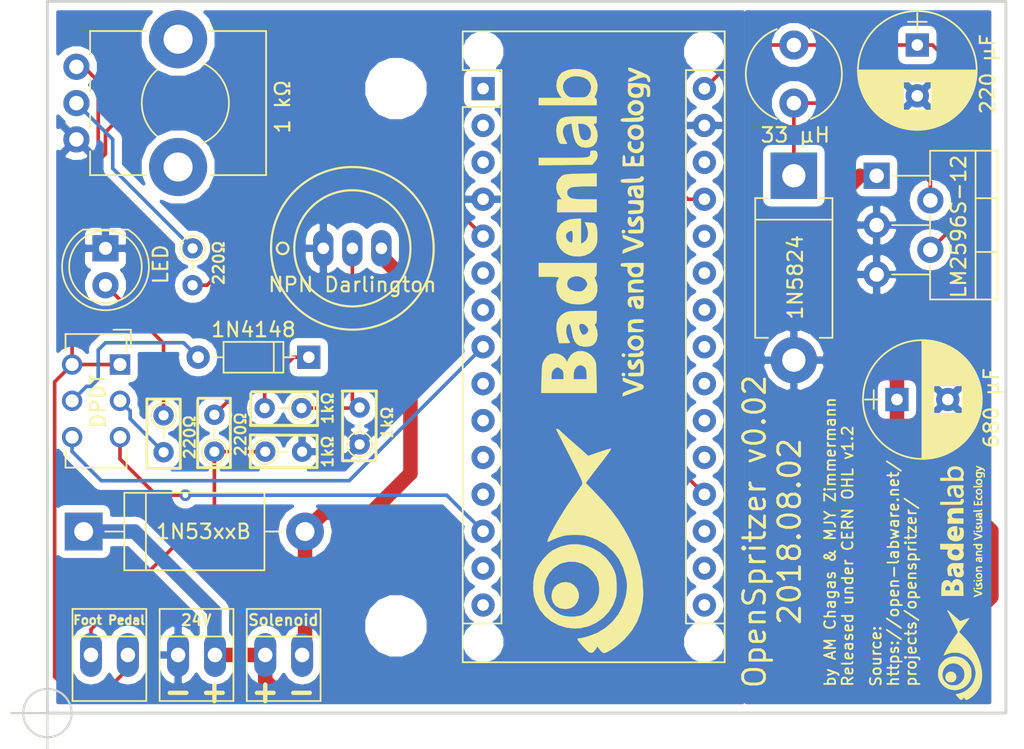
<source format=kicad_pcb>
(kicad_pcb (version 20171130) (host pcbnew "(5.0.0)")
  (layers (0 F.Cu signal) (31 B.Cu signal) (34 B.Paste user) (35 F.Paste user) (36 B.SilkS user) (37 F.SilkS user) (38 B.Mask user) (39 F.Mask user) (44 Edge.Cuts user))
  (net 0 "")
  (net 1 "Net-(A1-Pad16)")
  (net 2 "Net-(A1-Pad15)")
  (net 3 "Net-(A1-Pad30)")
  (net 4 "Net-(A1-Pad14)")
  (net 5 GNDREF)
  (net 6 "Net-(A1-Pad13)")
  (net 7 "Net-(A1-Pad28)")
  (net 8 "Net-(A1-Pad12)")
  (net 9 "Net-(A1-Pad27)")
  (net 10 "Net-(A1-Pad11)")
  (net 11 "Net-(A1-Pad26)")
  (net 12 "Net-(A1-Pad10)")
  (net 13 "Net-(A1-Pad25)")
  (net 14 "Net-(A1-Pad9)")
  (net 15 "Net-(A1-Pad24)")
  (net 16 "Net-(A1-Pad8)")
  (net 17 "Net-(A1-Pad23)")
  (net 18 "Net-(A1-Pad7)")
  (net 19 "Net-(A1-Pad22)")
  (net 20 "Net-(A1-Pad6)")
  (net 21 "Net-(A1-Pad21)")
  (net 22 "Net-(A1-Pad5)")
  (net 23 "Net-(A1-Pad20)")
  (net 24 "Net-(A1-Pad19)")
  (net 25 "Net-(A1-Pad3)")
  (net 26 "Net-(A1-Pad18)")
  (net 27 "Net-(A1-Pad2)")
  (net 28 "Net-(A1-Pad17)")
  (net 29 "Net-(A1-Pad1)")
  (net 30 "Net-(D1-Pad2)")
  (net 31 "Net-(D2-Pad2)")
  (net 32 "Net-(D2-Pad1)")
  (net 33 "Net-(D3-Pad2)")
  (net 34 "Net-(J1-Pad1)")
  (net 35 "Net-(Q1-Pad2)")
  (net 36 "Net-(R1-Pad1)")
  (net 37 "Net-(R2-Pad2)")
  (net 38 "Net-(C1-Pad1)")
  (net 39 "Net-(D4-Pad1)")
  (module Transistors_OldSowjetAera:OldSowjetaera_Transistor_Type-I_BigPads (layer F.Cu) (at 104 98)
    (fp_text reference Q1 hide)
    (fp_text value "NPN Darlington" (at 0 2.5 180) (layer F.SilkS))
    (pad 2 thru_hole oval (at 0 0) (size 1.4 2.5) (drill 0.8) (layers *.Cu *.Mask) (net 35 "Net-(Q1-Pad2)"))
    (pad 1 thru_hole oval (at -2 0) (size 1.4 2.5) (drill 0.8) (layers *.Cu *.Mask) (net 5 GNDREF))
    (pad 3 thru_hole oval (at 2 0) (size 1.4 2.5) (drill 0.8) (layers *.Cu *.Mask) (net 33 "Net-(D3-Pad2)"))
  )
  (module Potentiometers:Potentiometer_Alps_RK09K_Horizontal (layer F.Cu) (at 85 90.5)
    (fp_text reference RV1 hide)
    (fp_text value "1 kΩ" (at 14.2 -2.25 90) (layer F.SilkS))
    (pad 3 thru_hole circle (at 0 -5) (size 1.8 1.8) (drill 1) (layers *.Cu *.Mask) (net 9 "Net-(A1-Pad27)"))
    (pad 2 thru_hole circle (at 0 -2.5) (size 1.8 1.8) (drill 1) (layers *.Cu *.Mask) (net 36 "Net-(R1-Pad1)"))
    (pad 1 thru_hole circle (at 0 0) (size 1.8 1.8) (drill 1) (layers *.Cu *.Mask) (net 5 GNDREF))
    (pad 0 np_thru_hole circle (at 7 -6.9) (size 4 4) (drill 2) (layers *.Cu *.Mask))
    (pad 0 np_thru_hole circle (at 7 1.9) (size 4 4) (drill 2) (layers *.Cu *.Mask))
  )
  (module Buttons_Switches_THT:SW_CuK_JS202011AQN_DPDT_Angled (layer F.Cu) (at 88 106 270)
    (fp_text reference SW1 hide)
    (fp_text value DPDT (at 2.5 1.5 90) (layer F.SilkS))
    (pad 1 thru_hole rect (at 0 0 270) (size 1.4 1.4) (drill 0.9) (layers *.Cu *.Mask) (net 9 "Net-(A1-Pad27)"))
    (pad 2 thru_hole circle (at 2.5 0 270) (size 1.4 1.4) (drill 0.9) (layers *.Cu *.Mask) (net 37 "Net-(R2-Pad2)"))
    (pad 3 thru_hole circle (at 5 0 270) (size 1.4 1.4) (drill 0.9) (layers *.Cu *.Mask) (net 6 "Net-(A1-Pad13)"))
    (pad 4 thru_hole circle (at 0 3.3 270) (size 1.4 1.4) (drill 0.9) (layers *.Cu *.Mask) (net 9 "Net-(A1-Pad27)"))
    (pad 5 thru_hole circle (at 2.5 3.3 270) (size 1.4 1.4) (drill 0.9) (layers *.Cu *.Mask) (net 31 "Net-(D2-Pad2)"))
    (pad 6 thru_hole circle (at 5 3.3 270) (size 1.4 1.4) (drill 0.9) (layers *.Cu *.Mask) (net 16 "Net-(A1-Pad8)"))
  )
  (module Modules:Arduino_Nano_WithMountingHoles (layer F.Cu) (at 113 87)
    (fp_text reference A1 hide)
    (fp_text value Arduino_Nano_v3.x)
    (pad 1 thru_hole rect (at 0 0) (size 1.6 1.6) (drill 0.8) (layers *.Cu *.Mask) (net 29 "Net-(A1-Pad1)"))
    (pad 17 thru_hole oval (at 15.24 33.02) (size 1.6 1.6) (drill 0.8) (layers *.Cu *.Mask) (net 28 "Net-(A1-Pad17)"))
    (pad 2 thru_hole oval (at 0 2.54) (size 1.6 1.6) (drill 0.8) (layers *.Cu *.Mask) (net 27 "Net-(A1-Pad2)"))
    (pad 18 thru_hole oval (at 15.24 30.48) (size 1.6 1.6) (drill 0.8) (layers *.Cu *.Mask) (net 26 "Net-(A1-Pad18)"))
    (pad 3 thru_hole oval (at 0 5.08) (size 1.6 1.6) (drill 0.8) (layers *.Cu *.Mask) (net 25 "Net-(A1-Pad3)"))
    (pad 19 thru_hole oval (at 15.24 27.94) (size 1.6 1.6) (drill 0.8) (layers *.Cu *.Mask) (net 24 "Net-(A1-Pad19)"))
    (pad 4 thru_hole oval (at 0 7.62) (size 1.6 1.6) (drill 0.8) (layers *.Cu *.Mask) (net 5 GNDREF))
    (pad 20 thru_hole oval (at 15.24 25.4) (size 1.6 1.6) (drill 0.8) (layers *.Cu *.Mask) (net 23 "Net-(A1-Pad20)"))
    (pad 5 thru_hole oval (at 0 10.16) (size 1.6 1.6) (drill 0.8) (layers *.Cu *.Mask) (net 22 "Net-(A1-Pad5)"))
    (pad 21 thru_hole oval (at 15.24 22.86) (size 1.6 1.6) (drill 0.8) (layers *.Cu *.Mask) (net 21 "Net-(A1-Pad21)"))
    (pad 6 thru_hole oval (at 0 12.7) (size 1.6 1.6) (drill 0.8) (layers *.Cu *.Mask) (net 20 "Net-(A1-Pad6)"))
    (pad 22 thru_hole oval (at 15.24 20.32) (size 1.6 1.6) (drill 0.8) (layers *.Cu *.Mask) (net 19 "Net-(A1-Pad22)"))
    (pad 7 thru_hole oval (at 0 15.24) (size 1.6 1.6) (drill 0.8) (layers *.Cu *.Mask) (net 18 "Net-(A1-Pad7)"))
    (pad 23 thru_hole oval (at 15.24 17.78) (size 1.6 1.6) (drill 0.8) (layers *.Cu *.Mask) (net 17 "Net-(A1-Pad23)"))
    (pad 8 thru_hole oval (at 0 17.78) (size 1.6 1.6) (drill 0.8) (layers *.Cu *.Mask) (net 16 "Net-(A1-Pad8)"))
    (pad 24 thru_hole oval (at 15.24 15.24) (size 1.6 1.6) (drill 0.8) (layers *.Cu *.Mask) (net 15 "Net-(A1-Pad24)"))
    (pad 9 thru_hole oval (at 0 20.32) (size 1.6 1.6) (drill 0.8) (layers *.Cu *.Mask) (net 14 "Net-(A1-Pad9)"))
    (pad 25 thru_hole oval (at 15.24 12.7) (size 1.6 1.6) (drill 0.8) (layers *.Cu *.Mask) (net 13 "Net-(A1-Pad25)"))
    (pad 10 thru_hole oval (at 0 22.86) (size 1.6 1.6) (drill 0.8) (layers *.Cu *.Mask) (net 12 "Net-(A1-Pad10)"))
    (pad 26 thru_hole oval (at 15.24 10.16) (size 1.6 1.6) (drill 0.8) (layers *.Cu *.Mask) (net 11 "Net-(A1-Pad26)"))
    (pad 11 thru_hole oval (at 0 25.4) (size 1.6 1.6) (drill 0.8) (layers *.Cu *.Mask) (net 10 "Net-(A1-Pad11)"))
    (pad 27 thru_hole oval (at 15.24 7.62) (size 1.6 1.6) (drill 0.8) (layers *.Cu *.Mask) (net 9 "Net-(A1-Pad27)"))
    (pad 12 thru_hole oval (at 0 27.94) (size 1.6 1.6) (drill 0.8) (layers *.Cu *.Mask) (net 8 "Net-(A1-Pad12)"))
    (pad 28 thru_hole oval (at 15.24 5.08) (size 1.6 1.6) (drill 0.8) (layers *.Cu *.Mask) (net 7 "Net-(A1-Pad28)"))
    (pad 13 thru_hole oval (at 0 30.48) (size 1.6 1.6) (drill 0.8) (layers *.Cu *.Mask) (net 6 "Net-(A1-Pad13)"))
    (pad 29 thru_hole oval (at 15.24 2.54) (size 1.6 1.6) (drill 0.8) (layers *.Cu *.Mask) (net 5 GNDREF))
    (pad 14 thru_hole oval (at 0 33.02) (size 1.6 1.6) (drill 0.8) (layers *.Cu *.Mask) (net 4 "Net-(A1-Pad14)"))
    (pad 30 thru_hole oval (at 15.24 0) (size 1.6 1.6) (drill 0.8) (layers *.Cu *.Mask) (net 3 "Net-(A1-Pad30)"))
    (pad 15 thru_hole oval (at 0 35.56) (size 1.6 1.6) (drill 0.8) (layers *.Cu *.Mask) (net 2 "Net-(A1-Pad15)"))
    (pad 16 thru_hole oval (at 15.24 35.56) (size 1.6 1.6) (drill 0.8) (layers *.Cu *.Mask) (net 1 "Net-(A1-Pad16)"))
    (pad "" np_thru_hole circle (at 0 -2.54) (size 1.78 1.78) (drill 1.78) (layers *.Cu *.Mask))
    (pad "" np_thru_hole circle (at 15.24 -2.54) (size 1.78 1.78) (drill 1.78) (layers *.Cu *.Mask))
    (pad "" np_thru_hole circle (at 15.24 38.1) (size 1.78 1.78) (drill 1.78) (layers *.Cu *.Mask))
    (pad "" np_thru_hole circle (at 0 38.1) (size 1.78 1.78) (drill 1.78) (layers *.Cu *.Mask))
  )
  (module LEDs:LED_D5.0mm (layer F.Cu) (at 87 98 270)
    (fp_text reference D1 hide)
    (fp_text value LED (at 1.1 -3.8 270) (layer F.SilkS))
    (pad 1 thru_hole rect (at 0 0 270) (size 1.8 1.8) (drill 0.9) (layers *.Cu *.Mask) (net 5 GNDREF))
    (pad 2 thru_hole circle (at 2.54 0 270) (size 1.8 1.8) (drill 0.9) (layers *.Cu *.Mask) (net 30 "Net-(D1-Pad2)"))
  )
  (module Diodes_THT:D_DO-35_SOD27_P7.62mm_Horizontal (layer F.Cu) (at 101 105.5 180)
    (fp_text reference D2 hide)
    (fp_text value 1N4148 (at 3.81 1.9 180) (layer F.SilkS))
    (pad 1 thru_hole rect (at 0 0 180) (size 1.6 1.6) (drill 0.8) (layers *.Cu *.Mask) (net 32 "Net-(D2-Pad1)"))
    (pad 2 thru_hole oval (at 7.62 0 180) (size 1.6 1.6) (drill 0.8) (layers *.Cu *.Mask) (net 31 "Net-(D2-Pad2)"))
  )
  (module Diodes_THT:D_DO-201_P15.24mm_Horizontal (layer F.Cu) (at 85.5 117.5)
    (fp_text reference D3 hide)
    (fp_text value 1N53xxB (at 8.25 0 180) (layer F.SilkS))
    (pad 1 thru_hole rect (at 0 0) (size 2.6 2.6) (drill 1.3) (layers *.Cu *.Mask) (net 38 "Net-(C1-Pad1)"))
    (pad 2 thru_hole oval (at 15.24 0) (size 2.6 2.6) (drill 1.3) (layers *.Cu *.Mask) (net 33 "Net-(D3-Pad2)"))
  )
  (module Connectors:PINHEAD1-2 (layer F.Cu) (at 86 126)
    (fp_text reference J1 hide)
    (fp_text value "Foot Pedal" (at 1.25 -2.4) (layer F.SilkS) (effects (font (size 0.6 0.6))))
    (pad 1 thru_hole oval (at 0 0) (size 1.51 3.01) (drill 1) (layers *.Cu *.Mask) (net 34 "Net-(J1-Pad1)"))
    (pad 2 thru_hole oval (at 2.54 0) (size 1.51 3.01) (drill 1) (layers *.Cu *.Mask) (net 9 "Net-(A1-Pad27)"))
  )
  (module Connectors:PINHEAD1-2 (layer F.Cu) (at 92 126)
    (fp_text reference J2 hide)
    (fp_text value 24V (at 1.25 -2.4) (layer F.SilkS) (effects (font (size 0.75 0.75))))
    (pad 1 thru_hole oval (at 0 0) (size 1.51 3.01) (drill 1) (layers *.Cu *.Mask) (net 5 GNDREF))
    (pad 2 thru_hole oval (at 2.54 0) (size 1.51 3.01) (drill 1) (layers *.Cu *.Mask) (net 38 "Net-(C1-Pad1)"))
  )
  (module Connectors:PINHEAD1-2 (layer F.Cu) (at 98 126)
    (fp_text reference J3 hide)
    (fp_text value Solenoid (at 1.25 -2.4) (layer F.SilkS) (effects (font (size 0.75 0.75))))
    (pad 1 thru_hole oval (at 0 0) (size 1.51 3.01) (drill 1) (layers *.Cu *.Mask) (net 38 "Net-(C1-Pad1)"))
    (pad 2 thru_hole oval (at 2.54 0) (size 1.51 3.01) (drill 1) (layers *.Cu *.Mask) (net 33 "Net-(D3-Pad2)"))
  )
  (module Resistors_THT:R_Axial_DIN0204_L3.6mm_D1.6mm_P2.54mm_Vertical (layer F.Cu) (at 93 98 270)
    (fp_text reference R1 hide)
    (fp_text value 220Ω (at 1 -1.8 90) (layer F.SilkS) (effects (font (size 0.75 0.75))))
    (pad 1 thru_hole circle (at 0 0 270) (size 1.4 1.4) (drill 0.7) (layers *.Cu *.Mask) (net 36 "Net-(R1-Pad1)"))
    (pad 2 thru_hole oval (at 2.54 0 270) (size 1.4 1.4) (drill 0.7) (layers *.Cu *.Mask) (net 24 "Net-(A1-Pad19)"))
  )
  (module Resistors_THT:R_Axial_DIN0204_L3.6mm_D1.6mm_P2.54mm_Vertical (layer F.Cu) (at 91 109.5 270)
    (fp_text reference R2 hide)
    (fp_text value 220Ω (at 1.5 -1.8 90) (layer F.SilkS) (effects (font (size 0.75 0.75))))
    (pad 1 thru_hole circle (at 0 0 270) (size 1.4 1.4) (drill 0.7) (layers *.Cu *.Mask) (net 30 "Net-(D1-Pad2)"))
    (pad 2 thru_hole oval (at 2.54 0 270) (size 1.4 1.4) (drill 0.7) (layers *.Cu *.Mask) (net 37 "Net-(R2-Pad2)"))
  )
  (module Resistors_THT:R_Axial_DIN0204_L3.6mm_D1.6mm_P2.54mm_Vertical (layer F.Cu) (at 94.5 112 90)
    (fp_text reference R3 hide)
    (fp_text value 220Ω (at 1.2 1.8 270) (layer F.SilkS) (effects (font (size 0.75 0.75))))
    (pad 1 thru_hole circle (at 0 0 90) (size 1.4 1.4) (drill 0.7) (layers *.Cu *.Mask) (net 34 "Net-(J1-Pad1)"))
    (pad 2 thru_hole oval (at 2.54 0 90) (size 1.4 1.4) (drill 0.7) (layers *.Cu *.Mask) (net 22 "Net-(A1-Pad5)"))
  )
  (module Resistors_THT:R_Axial_DIN0204_L3.6mm_D1.6mm_P2.54mm_Vertical (layer F.Cu) (at 100.5 109 180)
    (fp_text reference R4 hide)
    (fp_text value 1kΩ (at -1.8 0 270) (layer F.SilkS) (effects (font (size 0.75 0.75))))
    (pad 1 thru_hole circle (at 0 0 180) (size 1.4 1.4) (drill 0.7) (layers *.Cu *.Mask) (net 35 "Net-(Q1-Pad2)"))
    (pad 2 thru_hole oval (at 2.54 0 180) (size 1.4 1.4) (drill 0.7) (layers *.Cu *.Mask) (net 32 "Net-(D2-Pad1)"))
  )
  (module Resistors_THT:R_Axial_DIN0204_L3.6mm_D1.6mm_P2.54mm_Vertical (layer F.Cu) (at 98 112)
    (fp_text reference R5 hide)
    (fp_text value 1kΩ (at 4.3 0 90) (layer F.SilkS) (effects (font (size 0.75 0.75))))
    (pad 1 thru_hole circle (at 0 0) (size 1.4 1.4) (drill 0.7) (layers *.Cu *.Mask) (net 34 "Net-(J1-Pad1)"))
    (pad 2 thru_hole oval (at 2.54 0) (size 1.4 1.4) (drill 0.7) (layers *.Cu *.Mask) (net 5 GNDREF))
  )
  (module Resistors_THT:R_Axial_DIN0204_L3.6mm_D1.6mm_P2.54mm_Vertical (layer F.Cu) (at 104.5 111.5 90)
    (fp_text reference R6 hide)
    (fp_text value 1kΩ (at 1.5 1.9 270) (layer F.SilkS) (effects (font (size 0.75 0.75))))
    (pad 1 thru_hole circle (at 0 0 90) (size 1.4 1.4) (drill 0.7) (layers *.Cu *.Mask) (net 5 GNDREF))
    (pad 2 thru_hole oval (at 2.54 0 90) (size 1.4 1.4) (drill 0.7) (layers *.Cu *.Mask) (net 35 "Net-(Q1-Pad2)"))
  )
  (module Mounting_Holes:MountingHole_3.2mm_M3 (layer F.Cu) (at 107 87)
    (fp_text reference "" (at 0 -4.2) (layer F.SilkS))
    (fp_text value "" hide)
    (pad 1 np_thru_hole circle (at 0 0) (size 3.2 3.2) (drill 3.2) (layers *.Cu *.Mask))
  )
  (module Capacitors_THT:CP_Radial_D8.0mm_P3.50mm (layer F.Cu) (at 141.5 108.41)
    (fp_text reference C1 hide)
    (fp_text value "680 µF" (at 6.5 0.59 90) (layer F.SilkS))
    (pad 1 thru_hole rect (at 0 0) (size 1.6 1.6) (drill 0.8) (layers *.Cu *.Mask) (net 38 "Net-(C1-Pad1)"))
    (pad 2 thru_hole circle (at 3.5 0) (size 1.6 1.6) (drill 0.8) (layers *.Cu *.Mask) (net 5 GNDREF))
  )
  (module Capacitors_THT:CP_Radial_D8.0mm_P3.50mm (layer F.Cu) (at 142.9 84 270)
    (fp_text reference C2 hide)
    (fp_text value "220 µF" (at 2 -4.85 270) (layer F.SilkS))
    (pad 1 thru_hole rect (at 0 0 270) (size 1.6 1.6) (drill 0.8) (layers *.Cu *.Mask) (net 3 "Net-(A1-Pad30)"))
    (pad 2 thru_hole circle (at 3.5 0 270) (size 1.6 1.6) (drill 0.8) (layers *.Cu *.Mask) (net 5 GNDREF))
  )
  (module Diodes_THT:D_DO-201AD_P12.70mm_Horizontal (layer F.Cu) (at 134.4 93 270)
    (fp_text reference D4 hide)
    (fp_text value 1N5824 (at 7 -0.1 270) (layer F.SilkS))
    (pad 1 thru_hole rect (at 0 0 270) (size 3.2 3.2) (drill 1.6) (layers *.Cu *.Mask) (net 39 "Net-(D4-Pad1)"))
    (pad 2 thru_hole oval (at 12.7 0 270) (size 3.2 3.2) (drill 1.6) (layers *.Cu *.Mask) (net 5 GNDREF))
  )
  (module Inductors_THT:L_Radial_D6.0mm_P4.00mm (layer F.Cu) (at 134.4 84 270)
    (fp_text reference L1 hide)
    (fp_text value "33 µH" (at 6.2 -0.1) (layer F.SilkS))
    (pad 1 thru_hole circle (at 0 0 270) (size 2 2) (drill 1) (layers *.Cu *.Mask) (net 3 "Net-(A1-Pad30)"))
    (pad 2 thru_hole circle (at 4 0 270) (size 2 2) (drill 1) (layers *.Cu *.Mask) (net 39 "Net-(D4-Pad1)"))
  )
  (module TO_SOT_Packages_THT:TO-220-5_Vertical_StaggeredType1 (layer F.Cu) (at 140.1 93 270)
    (fp_text reference U1 hide)
    (fp_text value LM2596S-12 (at 3.5 -5.65 90) (layer F.SilkS))
    (pad 1 thru_hole rect (at 0 0 270) (size 1.8 1.8) (drill 1) (layers *.Cu *.Mask) (net 38 "Net-(C1-Pad1)"))
    (pad 2 thru_hole oval (at 1.7 -3.7 270) (size 1.8 1.8) (drill 1) (layers *.Cu *.Mask) (net 39 "Net-(D4-Pad1)"))
    (pad 3 thru_hole oval (at 3.4 0 270) (size 1.8 1.8) (drill 1) (layers *.Cu *.Mask) (net 5 GNDREF))
    (pad 4 thru_hole oval (at 5.1 -3.7 270) (size 1.8 1.8) (drill 1) (layers *.Cu *.Mask) (net 3 "Net-(A1-Pad30)"))
    (pad 5 thru_hole oval (at 6.8 0 270) (size 1.8 1.8) (drill 1) (layers *.Cu *.Mask) (net 5 GNDREF))
  )
  (module Mounting_Holes:MountingHole_3.2mm_M3 (layer F.Cu) (at 107 124)
    (fp_text reference "" hide)
    (fp_text value "")
    (pad 1 np_thru_hole circle (at 0 0) (size 3.2 3.2) (drill 3.2) (layers *.Cu *.Mask))
  )
  (module "Maxime:logo 400" (layer F.Cu) (at 120 102.5 90)
    (fp_text reference "" hide)
    (fp_text value "" hide)
  )
  (module "Maxime:logo 1000" (layer F.Cu) (at 145.75 119.75 90)
    (fp_text reference G*** hide)
    (fp_text value LOGO hide)
  )
  (gr_line (start 96.975 110.85) (end 96.975 113.05) (layer F.SilkS) (width 0.2))
  (gr_line (start 97 110.2) (end 101.4 110.2) (layer F.SilkS) (width 0.2))
  (gr_line (start 97 108) (end 97 110.2) (layer F.SilkS) (width 0.2))
  (gr_line (start 105.65 107.825) (end 103.3 107.825) (layer F.SilkS) (width 0.2))
  (gr_line (start 105.625 112.625) (end 105.65 107.95) (layer F.SilkS) (width 0.2))
  (gr_line (start 103.325 107.95) (end 103.325 112.625) (layer F.SilkS) (width 0.2))
  (gr_line (start 103.325 112.625) (end 105.625 112.625) (layer F.SilkS) (width 0.2))
  (gr_line (start 101.6 110.2) (end 101.6 107.875) (layer F.SilkS) (width 0.2))
  (gr_line (start 101.6 107.875) (end 97.075 107.875) (layer F.SilkS) (width 0.2))
  (gr_line (start 96.975 110.175) (end 101.6 110.2) (layer F.SilkS) (width 0.2))
  (gr_line (start 96.975 110.85) (end 101.575 110.875) (layer F.SilkS) (width 0.2))
  (gr_line (start 101.575 113.1) (end 96.975 113.1) (layer F.SilkS) (width 0.2))
  (gr_line (start 101.575 110.875) (end 101.575 113.1) (layer F.SilkS) (width 0.2))
  (gr_line (start 96.975 113.1) (end 96.975 113.075) (layer F.SilkS) (width 0.2))
  (gr_line (start 93.35 113.1) (end 95.6 113.1) (layer F.SilkS) (width 0.2))
  (gr_line (start 95.6 113.1) (end 95.6 108.475) (layer F.SilkS) (width 0.2))
  (gr_line (start 95.6 108.325) (end 93.375 108.325) (layer F.SilkS) (width 0.2))
  (gr_line (start 93.35 108.475) (end 93.35 113.1) (layer F.SilkS) (width 0.2))
  (gr_line (start 92.15 108.375) (end 92.15 113.05) (layer F.SilkS) (width 0.2))
  (gr_line (start 89.85 108.375) (end 92.025 108.375) (layer F.SilkS) (width 0.2))
  (gr_line (start 89.85 113.15) (end 89.85 108.375) (layer F.SilkS) (width 0.2))
  (gr_line (start 92.15 113.15) (end 89.85 113.15) (layer F.SilkS) (width 0.2))
  (gr_line (start 92.15 113.05) (end 92.15 113.15) (layer F.SilkS) (width 0.2))
  (gr_line (start 95.6 108.475) (end 95.6 108.325) (layer F.SilkS) (width 0.2))
  (gr_line (start 105.65 107.95) (end 105.65 107.825) (layer F.SilkS) (width 0.2))
  (gr_text "by AM Chagas & MJY Zimmermann\nReleased under CERN OHL v1.2" (at 137.5 128.25 90) (layer F.SilkS) (effects (font (size 0.75 0.75) (thickness 0.125)) (justify left)))
  (gr_text "Source:\nhttps://open-labware.net/\nprojects/openspritzer/" (at 141.25 128.25 90) (layer F.SilkS) (effects (font (size 0.75 0.75) (thickness 0.125)) (justify left)))
  (gr_text "OpenSpritzer v0.02\n2018.08.02" (at 132.9 117.5 -270) (layer F.SilkS) (effects (font (size 1.5 1.5) (thickness 0.2))))
  (gr_line (start 83 130) (end 83.5 130) (layer Edge.Cuts) (width 0.2))
  (gr_line (start 83 81) (end 83 130) (layer Edge.Cuts) (width 0.2))
  (gr_line (start 149 81) (end 83 81) (layer Edge.Cuts) (width 0.2))
  (gr_line (start 149 130) (end 149 81) (layer Edge.Cuts) (width 0.2))
  (gr_line (start 83.5 130) (end 149 130) (layer Edge.Cuts) (width 0.2))
  (target plus (at 83 130) (size 5) (width 0.15) (layer Edge.Cuts))
  (gr_text - (at 100.5 128.5) (layer F.SilkS) (effects (font (size 1.5 1.5) (thickness 0.3))))
  (gr_text + (at 98 128.5) (layer F.SilkS) (effects (font (size 1.5 1.5) (thickness 0.3))))
  (gr_text - (at 92 128.5) (layer F.SilkS) (effects (font (size 1.5 1.5) (thickness 0.3)) (justify mirror)))
  (gr_text "+\n" (at 94.5 128.5) (layer F.SilkS) (effects (font (size 1.5 1.5) (thickness 0.3)) (justify mirror)))
  (segment (start 131.24 84) (end 134.4 84) (width 0.25) (layer F.Cu) (net 3))
  (segment (start 128.24 87) (end 131.24 84) (width 0.25) (layer F.Cu) (net 3))
  (segment (start 134.4 84) (end 142.9 84) (width 0.25) (layer F.Cu) (net 3))
  (segment (start 143.95 84) (end 147.7 87.75) (width 0.25) (layer F.Cu) (net 3))
  (segment (start 142.9 84) (end 143.95 84) (width 0.25) (layer F.Cu) (net 3))
  (segment (start 147.7 94.2) (end 143.8 98.1) (width 0.25) (layer F.Cu) (net 3))
  (segment (start 147.7 87.75) (end 147.7 94.2) (width 0.25) (layer F.Cu) (net 3))
  (via (at 92.5 115) (size 0.8) (drill 0.4) (layers F.Cu B.Cu) (net 6))
  (segment (start 92.5 115) (end 90.5 115) (width 0.25) (layer F.Cu) (net 6))
  (segment (start 88 112.5) (end 88 111) (width 0.25) (layer F.Cu) (net 6))
  (segment (start 90.5 115) (end 88 112.5) (width 0.25) (layer F.Cu) (net 6))
  (segment (start 112.02 116.5) (end 113 117.48) (width 0.25) (layer B.Cu) (net 6))
  (segment (start 112 116.5) (end 112.02 116.5) (width 0.25) (layer B.Cu) (net 6))
  (segment (start 92.5 115) (end 110.5 115) (width 0.25) (layer B.Cu) (net 6))
  (segment (start 110.5 115) (end 112 116.5) (width 0.25) (layer B.Cu) (net 6))
  (segment (start 84.7 106) (end 88 106) (width 0.25) (layer F.Cu) (net 9))
  (segment (start 85 85.5) (end 85.5 85.5) (width 0.25) (layer F.Cu) (net 9))
  (segment (start 85.5 85.5) (end 86.5 86.5) (width 0.25) (layer F.Cu) (net 9))
  (segment (start 86.5 86.5) (end 86.5 92) (width 0.25) (layer F.Cu) (net 9))
  (segment (start 84.7 93.8) (end 84.7 106) (width 0.25) (layer F.Cu) (net 9))
  (segment (start 86.5 92) (end 84.7 93.8) (width 0.25) (layer F.Cu) (net 9))
  (segment (start 127.10863 94.62) (end 126.48863 94) (width 0.25) (layer F.Cu) (net 9))
  (segment (start 128.24 94.62) (end 127.10863 94.62) (width 0.25) (layer F.Cu) (net 9))
  (segment (start 126.48863 94) (end 126.48863 93.98863) (width 0.25) (layer F.Cu) (net 9))
  (segment (start 126.48863 93.98863) (end 125.5 93) (width 0.25) (layer F.Cu) (net 9))
  (segment (start 125.5 88.36359) (end 119.13641 82) (width 0.25) (layer F.Cu) (net 9))
  (segment (start 125.5 93) (end 125.5 88.36359) (width 0.25) (layer F.Cu) (net 9))
  (segment (start 119.13641 82) (end 105.5 82) (width 0.25) (layer F.Cu) (net 9))
  (segment (start 88 89) (end 87 90) (width 0.25) (layer F.Cu) (net 9))
  (segment (start 87 90) (end 87 91.5) (width 0.25) (layer F.Cu) (net 9))
  (segment (start 87 91.5) (end 86.5 92) (width 0.25) (layer F.Cu) (net 9))
  (segment (start 88.54 126) (end 88.54 126.75) (width 0.25) (layer F.Cu) (net 9))
  (segment (start 83.5 127.5) (end 83.5 107.2) (width 0.25) (layer F.Cu) (net 9))
  (segment (start 83.5 107.2) (end 84.7 106) (width 0.25) (layer F.Cu) (net 9))
  (segment (start 88.54 126) (end 88.54 126.96) (width 0.25) (layer F.Cu) (net 9))
  (segment (start 88.54 126.96) (end 87 128.5) (width 0.25) (layer F.Cu) (net 9))
  (segment (start 87 128.5) (end 84.5 128.5) (width 0.25) (layer F.Cu) (net 9))
  (segment (start 84.5 128.5) (end 83.5 127.5) (width 0.25) (layer F.Cu) (net 9))
  (segment (start 88 89) (end 90.5 86.5) (width 0.25) (layer F.Cu) (net 9))
  (segment (start 90.5 86.5) (end 92.5 86.5) (width 0.25) (layer F.Cu) (net 9))
  (segment (start 92.5 86.5) (end 93 86.5) (width 0.25) (layer F.Cu) (net 9))
  (segment (start 93 86.5) (end 95.5 84) (width 0.25) (layer F.Cu) (net 9))
  (segment (start 95.5 84) (end 95.5 83) (width 0.25) (layer F.Cu) (net 9))
  (segment (start 95.5 83) (end 96.5 82) (width 0.25) (layer F.Cu) (net 9))
  (segment (start 96.5 82) (end 105.5 82) (width 0.25) (layer F.Cu) (net 9))
  (segment (start 103.78 114) (end 113 104.78) (width 0.25) (layer B.Cu) (net 16))
  (segment (start 86.710051 114) (end 103.78 114) (width 0.25) (layer B.Cu) (net 16))
  (segment (start 84.7 111) (end 84.7 111.989949) (width 0.25) (layer B.Cu) (net 16))
  (segment (start 84.7 111.989949) (end 86.710051 114) (width 0.25) (layer B.Cu) (net 16))
  (segment (start 94.5 109.46) (end 100 103.96) (width 0.25) (layer F.Cu) (net 22))
  (segment (start 100 103.96) (end 100 97) (width 0.25) (layer F.Cu) (net 22))
  (segment (start 100 97) (end 101 96) (width 0.25) (layer F.Cu) (net 22))
  (segment (start 111.84 96) (end 113 97.16) (width 0.25) (layer F.Cu) (net 22))
  (segment (start 101 96) (end 111.84 96) (width 0.25) (layer F.Cu) (net 22))
  (segment (start 125 88.5) (end 125 111.7) (width 0.25) (layer F.Cu) (net 24))
  (segment (start 93 100.54) (end 93.989949 100.54) (width 0.25) (layer F.Cu) (net 24))
  (segment (start 93.989949 100.54) (end 95 99.529949) (width 0.25) (layer F.Cu) (net 24))
  (segment (start 125 111.7) (end 128.24 114.94) (width 0.25) (layer F.Cu) (net 24))
  (segment (start 95 86) (end 98.5 82.5) (width 0.25) (layer F.Cu) (net 24))
  (segment (start 95 99.529949) (end 95 86) (width 0.25) (layer F.Cu) (net 24))
  (segment (start 98.5 82.5) (end 119 82.5) (width 0.25) (layer F.Cu) (net 24))
  (segment (start 119 82.5) (end 125 88.5) (width 0.25) (layer F.Cu) (net 24))
  (segment (start 91 104.54) (end 87 100.54) (width 0.25) (layer F.Cu) (net 30))
  (segment (start 91 109.5) (end 91 104.54) (width 0.25) (layer F.Cu) (net 30))
  (segment (start 84.7 108.5) (end 85.7 107.5) (width 0.25) (layer B.Cu) (net 31))
  (segment (start 85.7 107.5) (end 86 107.5) (width 0.25) (layer B.Cu) (net 31))
  (segment (start 86 107.5) (end 86.5 107) (width 0.25) (layer B.Cu) (net 31))
  (segment (start 86.5 107) (end 86.5 105) (width 0.25) (layer B.Cu) (net 31))
  (segment (start 86.5 105) (end 87 104.5) (width 0.25) (layer B.Cu) (net 31))
  (segment (start 92.38 104.5) (end 93.38 105.5) (width 0.25) (layer B.Cu) (net 31))
  (segment (start 87 104.5) (end 92.38 104.5) (width 0.25) (layer B.Cu) (net 31))
  (segment (start 97.96 108.010051) (end 97.96 109) (width 0.25) (layer F.Cu) (net 32))
  (segment (start 97.96 107.49) (end 97.96 108.010051) (width 0.25) (layer F.Cu) (net 32))
  (segment (start 99.95 105.5) (end 97.96 107.49) (width 0.25) (layer F.Cu) (net 32))
  (segment (start 101 105.5) (end 99.95 105.5) (width 0.25) (layer F.Cu) (net 32))
  (segment (start 106 98) (end 106 98.55) (width 0.25) (layer B.Cu) (net 33))
  (segment (start 106 98.55) (end 106 98) (width 1) (layer F.Cu) (net 33))
  (segment (start 108 100.55) (end 106 98.55) (width 1) (layer F.Cu) (net 33))
  (segment (start 108 113.5) (end 108 100.55) (width 1) (layer F.Cu) (net 33))
  (segment (start 105.299999 116.200001) (end 108 113.5) (width 1) (layer F.Cu) (net 33))
  (segment (start 102.039999 116.200001) (end 105.299999 116.200001) (width 1) (layer F.Cu) (net 33))
  (segment (start 100.74 117.5) (end 102.039999 116.200001) (width 1) (layer F.Cu) (net 33))
  (segment (start 100.74 117.5) (end 100.74 125.8) (width 1) (layer F.Cu) (net 33))
  (segment (start 100.74 125.8) (end 100.54 126) (width 1) (layer F.Cu) (net 33))
  (segment (start 98 112) (end 94.5 112) (width 0.25) (layer F.Cu) (net 34))
  (segment (start 94.5 112.989949) (end 94.5 112) (width 0.25) (layer F.Cu) (net 34))
  (segment (start 94.5 115.745) (end 94.5 112.989949) (width 0.25) (layer F.Cu) (net 34))
  (segment (start 86 124.245) (end 94.5 115.745) (width 0.25) (layer F.Cu) (net 34))
  (segment (start 86 126) (end 86 124.245) (width 0.25) (layer F.Cu) (net 34))
  (segment (start 104.5 98.5) (end 104 98) (width 0.25) (layer B.Cu) (net 35))
  (segment (start 104.5 98.5) (end 104 98) (width 0.25) (layer F.Cu) (net 35))
  (segment (start 104.46 109) (end 104.5 108.96) (width 0.25) (layer F.Cu) (net 35))
  (segment (start 100.5 109) (end 104.46 109) (width 0.25) (layer F.Cu) (net 35))
  (segment (start 104 108.46) (end 104.5 108.96) (width 0.25) (layer F.Cu) (net 35))
  (segment (start 104 98) (end 104 108.46) (width 0.25) (layer F.Cu) (net 35))
  (segment (start 87.5 92.5) (end 93 98) (width 0.25) (layer B.Cu) (net 36))
  (segment (start 85 88) (end 87.5 90.5) (width 0.25) (layer B.Cu) (net 36))
  (segment (start 87.5 90.5) (end 87.5 92.5) (width 0.25) (layer B.Cu) (net 36))
  (segment (start 88 108.5) (end 88.699999 109.199999) (width 0.25) (layer B.Cu) (net 37))
  (segment (start 88.699999 109.739999) (end 91 112.04) (width 0.25) (layer B.Cu) (net 37))
  (segment (start 88.699999 109.199999) (end 88.699999 109.739999) (width 0.25) (layer B.Cu) (net 37))
  (segment (start 94.54 126) (end 98 126) (width 1) (layer F.Cu) (net 38))
  (segment (start 89 117.5) (end 85.5 117.5) (width 1) (layer B.Cu) (net 38))
  (segment (start 94.5 123) (end 89 117.5) (width 1) (layer B.Cu) (net 38))
  (segment (start 94.5 125.409463) (end 94.5 123) (width 1) (layer B.Cu) (net 38))
  (segment (start 94.54 126) (end 94.54 125.449463) (width 1) (layer B.Cu) (net 38))
  (segment (start 94.54 125.449463) (end 94.5 125.409463) (width 1) (layer B.Cu) (net 38))
  (segment (start 98 127.755) (end 99.045 128.8) (width 1) (layer F.Cu) (net 38))
  (segment (start 98 126) (end 98 127.755) (width 1) (layer F.Cu) (net 38))
  (segment (start 99.045 128.8) (end 141.2 128.8) (width 1) (layer F.Cu) (net 38))
  (segment (start 141.2 128.8) (end 147.9 122.1) (width 1) (layer F.Cu) (net 38))
  (segment (start 138.95 93) (end 138.1 93.85) (width 1) (layer F.Cu) (net 38))
  (segment (start 140.1 93) (end 138.95 93) (width 0.25) (layer F.Cu) (net 38))
  (segment (start 138.1 93.85) (end 138.1 103.55) (width 1) (layer F.Cu) (net 38))
  (segment (start 147.9 122.1) (end 148 122) (width 0.25) (layer F.Cu) (net 38))
  (segment (start 148 117.45) (end 148 122) (width 1) (layer F.Cu) (net 38))
  (segment (start 148 117.45) (end 141.6 111.05) (width 1) (layer F.Cu) (net 38))
  (segment (start 141.5 106.95) (end 141.5 108.41) (width 1) (layer F.Cu) (net 38))
  (segment (start 138.1 103.55) (end 141.5 106.95) (width 1) (layer F.Cu) (net 38))
  (segment (start 141.5 110.95) (end 141.6 111.05) (width 0.25) (layer F.Cu) (net 38))
  (segment (start 141.5 108.41) (end 141.5 110.95) (width 1) (layer F.Cu) (net 38))
  (segment (start 143.8 93.427208) (end 143.8 94.7) (width 0.25) (layer F.Cu) (net 39))
  (segment (start 138.372792 88) (end 143.8 93.427208) (width 0.25) (layer F.Cu) (net 39))
  (segment (start 134.4 88) (end 138.372792 88) (width 0.25) (layer F.Cu) (net 39))
  (segment (start 134.4 89.414213) (end 134.4 93) (width 0.25) (layer F.Cu) (net 39))
  (segment (start 134.4 88) (end 134.4 89.414213) (width 0.25) (layer F.Cu) (net 39))
  (zone (net 5) (net_name GNDREF) (layer B.Cu) (connect_pads (clearance 0.508)) (min_thickness 0.254) (fill yes (arc_segments 16) (thermal_gap 0.508) (thermal_bridge_width 0.508))
    (polygon (pts (xy 83.5 128.5) (xy 83.5 81.5) (xy 131 81.5) (xy 131 130) (xy 83.5 130)))
  )
  (zone (net 5) (net_name GNDREF) (layer B.Cu) (connect_pads (clearance 0.508)) (min_thickness 0.254) (fill yes (arc_segments 16) (thermal_gap 0.508) (thermal_bridge_width 0.508))
    (polygon (pts (xy 131 81.5) (xy 148 81.5) (xy 148 130) (xy 131 130)))
  )
)
</source>
